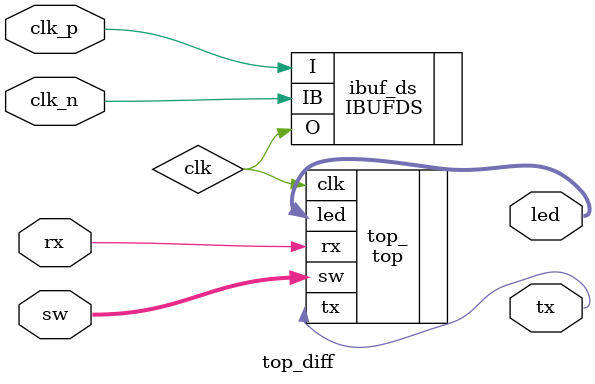
<source format=v>
`include "dram_1_32m.v"

module top_diff (
    input  wire clk_p,
    input  wire clk_n,

    input  wire rx,
    output wire tx,

    input  wire [15:0] sw,
    output wire [15:0] led
);
    wire clk;

    IBUFDS ibuf_ds (.I(clk_p), .IB(clk_n), .O(clk));
    top top_ (
        .clk   (clk),
        .rx    (rx),
        .tx    (tx),
        .sw    (sw),
        .led   (led)
    );
endmodule

</source>
